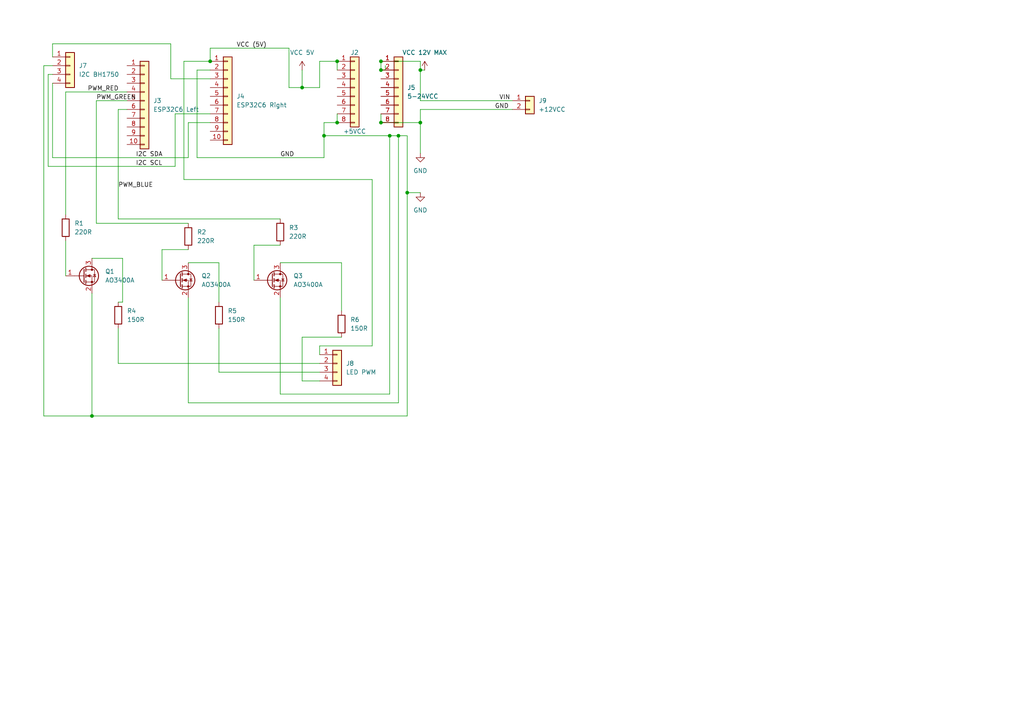
<source format=kicad_sch>
(kicad_sch (version 20250114) (generator "eeschema") (generator_version "9.0")
  (paper "A4")
  (lib_symbols
    (symbol "Connector_Generic:Conn_01x02" (pin_names (offset 1.016) (hide yes))
      (property "Reference" "J" (at 0 2.54 0))
      (property "Value" "Conn_01x02" (at 0 -5.08 0))
      (symbol "Conn_01x02_1_1"
        (rectangle (start -1.27 1.27) (end 1.27 -3.81) (stroke (width 0.254)) (fill (type background)))
        (rectangle (start -1.27 0.127) (end 0 -0.127) (stroke (width 0.1524)))
        (rectangle (start -1.27 -2.413) (end 0 -2.667) (stroke (width 0.1524)))
        (pin passive line (at -5.08 0 0) (length 3.81) (name "Pin_1") (number "1"))
        (pin passive line (at -5.08 -2.54 0) (length 3.81) (name "Pin_2") (number "2"))
      )
    )
    (symbol "Connector_Generic:Conn_01x04" (pin_names (offset 1.016) (hide yes))
      (property "Reference" "J" (at 0 5.08 0))
      (property "Value" "Conn_01x04" (at 0 -7.62 0))
      (symbol "Conn_01x04_1_1"
        (rectangle (start -1.27 3.81) (end 1.27 -6.35) (stroke (width 0.254)) (fill (type background)))
        (rectangle (start -1.27 2.667) (end 0 2.413) (stroke (width 0.1524)))
        (rectangle (start -1.27 0.127) (end 0 -0.127) (stroke (width 0.1524)))
        (rectangle (start -1.27 -2.413) (end 0 -2.667) (stroke (width 0.1524)))
        (rectangle (start -1.27 -4.953) (end 0 -5.207) (stroke (width 0.1524)))
        (pin passive line (at -5.08 2.54 0) (length 3.81) (name "Pin_1") (number "1"))
        (pin passive line (at -5.08 0 0) (length 3.81) (name "Pin_2") (number "2"))
        (pin passive line (at -5.08 -2.54 0) (length 3.81) (name "Pin_3") (number "3"))
        (pin passive line (at -5.08 -5.08 0) (length 3.81) (name "Pin_4") (number "4"))
      )
    )
    (symbol "Connector_Generic:Conn_01x08" (pin_names (offset 1.016) (hide yes))
      (property "Reference" "J" (at 0 10.16 0))
      (property "Value" "Conn_01x08" (at 0 -12.7 0))
      (symbol "Conn_01x08_1_1"
        (rectangle (start -1.27 8.89) (end 1.27 -11.43) (stroke (width 0.254)) (fill (type background)))
        (rectangle (start -1.27 7.747) (end 0 7.493) (stroke (width 0.1524)))
        (rectangle (start -1.27 5.207) (end 0 4.953) (stroke (width 0.1524)))
        (rectangle (start -1.27 2.667) (end 0 2.413) (stroke (width 0.1524)))
        (rectangle (start -1.27 0.127) (end 0 -0.127) (stroke (width 0.1524)))
        (rectangle (start -1.27 -2.413) (end 0 -2.667) (stroke (width 0.1524)))
        (rectangle (start -1.27 -4.953) (end 0 -5.207) (stroke (width 0.1524)))
        (rectangle (start -1.27 -7.493) (end 0 -7.747) (stroke (width 0.1524)))
        (rectangle (start -1.27 -10.033) (end 0 -10.287) (stroke (width 0.1524)))
        (pin passive line (at -5.08 7.62 0) (length 3.81) (name "Pin_1") (number "1"))
        (pin passive line (at -5.08 5.08 0) (length 3.81) (name "Pin_2") (number "2"))
        (pin passive line (at -5.08 2.54 0) (length 3.81) (name "Pin_3") (number "3"))
        (pin passive line (at -5.08 0 0) (length 3.81) (name "Pin_4") (number "4"))
        (pin passive line (at -5.08 -2.54 0) (length 3.81) (name "Pin_5") (number "5"))
        (pin passive line (at -5.08 -5.08 0) (length 3.81) (name "Pin_6") (number "6"))
        (pin passive line (at -5.08 -7.62 0) (length 3.81) (name "Pin_7") (number "7"))
        (pin passive line (at -5.08 -10.16 0) (length 3.81) (name "Pin_8") (number "8"))
      )
    )
    (symbol "Connector_Generic:Conn_01x10" (pin_names (offset 1.016) (hide yes))
      (property "Reference" "J" (at 0 12.7 0))
      (property "Value" "Conn_01x10" (at 0 -15.24 0))
      (symbol "Conn_01x10_1_1"
        (rectangle (start -1.27 11.43) (end 1.27 -13.97) (stroke (width 0.254)) (fill (type background)))
        (rectangle (start -1.27 10.287) (end 0 10.033) (stroke (width 0.1524)))
        (rectangle (start -1.27 7.747) (end 0 7.493) (stroke (width 0.1524)))
        (rectangle (start -1.27 5.207) (end 0 4.953) (stroke (width 0.1524)))
        (rectangle (start -1.27 2.667) (end 0 2.413) (stroke (width 0.1524)))
        (rectangle (start -1.27 0.127) (end 0 -0.127) (stroke (width 0.1524)))
        (rectangle (start -1.27 -2.413) (end 0 -2.667) (stroke (width 0.1524)))
        (rectangle (start -1.27 -4.953) (end 0 -5.207) (stroke (width 0.1524)))
        (rectangle (start -1.27 -7.493) (end 0 -7.747) (stroke (width 0.1524)))
        (rectangle (start -1.27 -10.033) (end 0 -10.287) (stroke (width 0.1524)))
        (rectangle (start -1.27 -12.573) (end 0 -12.827) (stroke (width 0.1524)))
        (pin passive line (at -5.08 10.16 0) (length 3.81) (name "Pin_1") (number "1"))
        (pin passive line (at -5.08 7.62 0) (length 3.81) (name "Pin_2") (number "2"))
        (pin passive line (at -5.08 5.08 0) (length 3.81) (name "Pin_3") (number "3"))
        (pin passive line (at -5.08 2.54 0) (length 3.81) (name "Pin_4") (number "4"))
        (pin passive line (at -5.08 0 0) (length 3.81) (name "Pin_5") (number "5"))
        (pin passive line (at -5.08 -2.54 0) (length 3.81) (name "Pin_6") (number "6"))
        (pin passive line (at -5.08 -5.08 0) (length 3.81) (name "Pin_7") (number "7"))
        (pin passive line (at -5.08 -7.62 0) (length 3.81) (name "Pin_8") (number "8"))
        (pin passive line (at -5.08 -10.16 0) (length 3.81) (name "Pin_9") (number "9"))
        (pin passive line (at -5.08 -12.7 0) (length 3.81) (name "Pin_10") (number "10"))
      )
    )
    (symbol "Device:R" (pin_numbers (hide yes)) (pin_names (offset 0))
      (property "Reference" "R" (at 2.032 0 90))
      (property "Value" "R" (at 0 0 90))
      (symbol "R_0_1"
        (rectangle (start -1.016 -2.54) (end 1.016 2.54) (stroke (width 0.254)))
      )
      (symbol "R_1_1"
        (pin passive line (at 0 3.81 270) (length 1.27) (name "~") (number "1"))
        (pin passive line (at 0 -3.81 90) (length 1.27) (name "~") (number "2"))
      )
    )
    (symbol "Transistor_FET:Q_NMOS_GSD" (pin_names (offset 0) (hide yes))
      (property "Reference" "Q" (at 5.08 1.905 0))
      (property "Value" "Q_NMOS_GSD" (at 5.08 0 0))
      (symbol "Q_NMOS_GSD_0_1"
        (polyline (pts (xy 0.254 1.905) (xy 0.254 -1.905)) (stroke (width 0.254)))
        (polyline (pts (xy 0.254 0) (xy -2.54 0)))
        (polyline (pts (xy 0.762 2.286) (xy 0.762 1.27)) (stroke (width 0.254)))
        (polyline (pts (xy 0.762 0.508) (xy 0.762 -0.508)) (stroke (width 0.254)))
        (polyline (pts (xy 0.762 -1.27) (xy 0.762 -2.286)) (stroke (width 0.254)))
        (polyline (pts (xy 0.762 -1.778) (xy 3.302 -1.778) (xy 3.302 1.778) (xy 0.762 1.778)))
        (polyline (pts (xy 1.016 0) (xy 2.032 0.381) (xy 2.032 -0.381) (xy 1.016 0)) (fill (type outline)))
        (circle (center 1.651 0) (radius 2.794) (stroke (width 0.254)))
        (polyline (pts (xy 2.54 2.54) (xy 2.54 1.778)))
        (circle (center 2.54 1.778) (radius 0.254) (fill (type outline)))
        (circle (center 2.54 -1.778) (radius 0.254) (fill (type outline)))
        (polyline (pts (xy 2.54 -2.54) (xy 2.54 0) (xy 0.762 0)))
        (polyline (pts (xy 2.921 0.381) (xy 3.683 0.381)))
        (polyline (pts (xy 3.302 0.381) (xy 2.921 -0.254) (xy 3.683 -0.254) (xy 3.302 0.381)))
      )
      (symbol "Q_NMOS_GSD_1_1"
        (pin input line (at -5.08 0 0) (length 2.54) (name "G") (number "1"))
        (pin passive line (at 2.54 5.08 270) (length 2.54) (name "D") (number "3"))
        (pin passive line (at 2.54 -5.08 90) (length 2.54) (name "S") (number "2"))
      )
    )
    (symbol "power:GND" (power) (pin_numbers (hide yes)) (pin_names (offset 0) (hide yes))
      (property "Value" "GND" (at 0 -3.81 0))
      (symbol "GND_0_1"
        (polyline (pts (xy 0 0) (xy 0 -1.27) (xy 1.27 -1.27) (xy 0 -2.54) (xy -1.27 -1.27) (xy 0 -1.27)))
      )
      (symbol "GND_1_1"
        (pin power_in line (at 0 0 270) (length 0) (name "~") (number "1"))
      )
    )
    (symbol "power:VCC" (power) (pin_numbers (hide yes)) (pin_names (offset 0) (hide yes))
      (property "Value" "VCC" (at 0 3.556 0))
      (symbol "VCC_0_1"
        (polyline (pts (xy -0.762 1.27) (xy 0 2.54)))
        (polyline (pts (xy 0 2.54) (xy 0.762 1.27)))
        (polyline (pts (xy 0 0) (xy 0 2.54)))
      )
      (symbol "VCC_1_1"
        (pin power_in line (at 0 0 90) (length 0) (name "~") (number "1"))
      )
    )
  )
  (junction (at 113.03 39.37))
  (junction (at 26.67 120.65))
  (junction (at 97.79 17.78))
  (junction (at 121.92 35.56))
  (junction (at 110.49 35.56))
  (junction (at 110.49 17.78))
  (junction (at 87.63 25.4))
  (junction (at 110.49 20.32))
  (junction (at 97.79 35.56))
  (junction (at 115.57 39.37))
  (junction (at 121.92 20.32))
  (junction (at 118.11 55.88))
  (junction (at 60.96 17.78))
  (junction (at 93.98 39.37))
  (wire (pts (xy 87.63 25.4) (xy 87.63 20.32)))
  (wire (pts (xy 107.95 52.07) (xy 53.34 52.07)))
  (wire (pts (xy 63.5 76.2) (xy 63.5 87.63)))
  (wire (pts (xy 15.24 12.7) (xy 49.53 12.7)))
  (wire (pts (xy 19.05 26.67) (xy 19.05 62.23)))
  (wire (pts (xy 99.06 76.2) (xy 99.06 90.17)))
  (wire (pts (xy 15.24 45.72) (xy 54.61 45.72)))
  (wire (pts (xy 97.79 35.56) (xy 93.98 35.56)))
  (wire (pts (xy 118.11 55.88) (xy 121.92 55.88)))
  (wire (pts (xy 87.63 97.79) (xy 99.06 97.79)))
  (wire (pts (xy 13.97 48.26) (xy 50.8 48.26)))
  (wire (pts (xy 92.71 17.78) (xy 92.71 25.4)))
  (wire (pts (xy 148.59 29.21) (xy 121.92 29.21)))
  (wire (pts (xy 50.8 33.02) (xy 60.96 33.02)))
  (wire (pts (xy 92.71 102.87) (xy 92.71 100.33)))
  (wire (pts (xy 118.11 55.88) (xy 118.11 39.37)))
  (wire (pts (xy 73.66 71.12) (xy 73.66 81.28)))
  (wire (pts (xy 35.56 74.93) (xy 35.56 87.63)))
  (wire (pts (xy 54.61 76.2) (xy 63.5 76.2)))
  (wire (pts (xy 57.15 45.72) (xy 93.98 45.72)))
  (wire (pts (xy 81.28 86.36) (xy 81.28 114.3)))
  (wire (pts (xy 97.79 17.78) (xy 92.71 17.78)))
  (wire (pts (xy 27.94 29.21) (xy 27.94 64.77)))
  (wire (pts (xy 121.92 17.78) (xy 121.92 20.32)))
  (wire (pts (xy 63.5 107.95) (xy 63.5 95.25)))
  (wire (pts (xy 92.71 100.33) (xy 107.95 100.33)))
  (wire (pts (xy 81.28 71.12) (xy 73.66 71.12)))
  (wire (pts (xy 15.24 24.13) (xy 15.24 45.72)))
  (wire (pts (xy 15.24 19.05) (xy 12.7 19.05)))
  (wire (pts (xy 36.83 26.67) (xy 19.05 26.67)))
  (wire (pts (xy 83.82 25.4) (xy 87.63 25.4)))
  (wire (pts (xy 87.63 110.49) (xy 87.63 97.79)))
  (wire (pts (xy 92.71 110.49) (xy 87.63 110.49)))
  (wire (pts (xy 113.03 114.3) (xy 113.03 39.37)))
  (wire (pts (xy 46.99 72.39) (xy 46.99 81.28)))
  (wire (pts (xy 53.34 17.78) (xy 60.96 17.78)))
  (wire (pts (xy 110.49 17.78) (xy 110.49 20.32)))
  (wire (pts (xy 83.82 13.97) (xy 83.82 25.4)))
  (wire (pts (xy 92.71 105.41) (xy 34.29 105.41)))
  (wire (pts (xy 111.76 20.32) (xy 110.49 20.32)))
  (wire (pts (xy 115.57 116.84) (xy 115.57 39.37)))
  (wire (pts (xy 60.96 17.78) (xy 60.96 13.97)))
  (wire (pts (xy 27.94 64.77) (xy 54.61 64.77)))
  (wire (pts (xy 110.49 33.02) (xy 110.49 35.56)))
  (wire (pts (xy 93.98 35.56) (xy 93.98 39.37)))
  (wire (pts (xy 49.53 22.86) (xy 60.96 22.86)))
  (wire (pts (xy 81.28 114.3) (xy 113.03 114.3)))
  (wire (pts (xy 34.29 87.63) (xy 35.56 87.63)))
  (wire (pts (xy 121.92 20.32) (xy 121.92 29.21)))
  (wire (pts (xy 54.61 116.84) (xy 115.57 116.84)))
  (wire (pts (xy 19.05 69.85) (xy 19.05 80.01)))
  (wire (pts (xy 121.92 20.32) (xy 123.19 20.32)))
  (wire (pts (xy 97.79 33.02) (xy 97.79 35.56)))
  (wire (pts (xy 34.29 63.5) (xy 81.28 63.5)))
  (wire (pts (xy 15.24 16.51) (xy 15.24 12.7)))
  (wire (pts (xy 53.34 52.07) (xy 53.34 17.78)))
  (wire (pts (xy 93.98 39.37) (xy 113.03 39.37)))
  (wire (pts (xy 34.29 31.75) (xy 34.29 63.5)))
  (wire (pts (xy 121.92 31.75) (xy 121.92 35.56)))
  (wire (pts (xy 60.96 13.97) (xy 83.82 13.97)))
  (wire (pts (xy 27.94 29.21) (xy 36.83 29.21)))
  (wire (pts (xy 50.8 33.02) (xy 50.8 48.26)))
  (wire (pts (xy 26.67 85.09) (xy 26.67 120.65)))
  (wire (pts (xy 60.96 20.32) (xy 57.15 20.32)))
  (wire (pts (xy 148.59 31.75) (xy 121.92 31.75)))
  (wire (pts (xy 92.71 25.4) (xy 87.63 25.4)))
  (wire (pts (xy 36.83 31.75) (xy 34.29 31.75)))
  (wire (pts (xy 107.95 100.33) (xy 107.95 52.07)))
  (wire (pts (xy 111.76 19.05) (xy 111.76 20.32)))
  (wire (pts (xy 49.53 12.7) (xy 49.53 22.86)))
  (wire (pts (xy 113.03 39.37) (xy 115.57 39.37)))
  (wire (pts (xy 54.61 72.39) (xy 46.99 72.39)))
  (wire (pts (xy 54.61 35.56) (xy 60.96 35.56)))
  (wire (pts (xy 118.11 120.65) (xy 118.11 55.88)))
  (wire (pts (xy 57.15 20.32) (xy 57.15 45.72)))
  (wire (pts (xy 12.7 19.05) (xy 12.7 120.65)))
  (wire (pts (xy 115.57 39.37) (xy 118.11 39.37)))
  (wire (pts (xy 121.92 35.56) (xy 121.92 44.45)))
  (wire (pts (xy 12.7 120.65) (xy 26.67 120.65)))
  (wire (pts (xy 97.79 17.78) (xy 97.79 20.32)))
  (wire (pts (xy 110.49 35.56) (xy 121.92 35.56)))
  (wire (pts (xy 26.67 74.93) (xy 35.56 74.93)))
  (wire (pts (xy 92.71 107.95) (xy 63.5 107.95)))
  (wire (pts (xy 110.49 17.78) (xy 121.92 17.78)))
  (wire (pts (xy 93.98 45.72) (xy 93.98 39.37)))
  (wire (pts (xy 34.29 105.41) (xy 34.29 95.25)))
  (wire (pts (xy 81.28 76.2) (xy 99.06 76.2)))
  (wire (pts (xy 54.61 86.36) (xy 54.61 116.84)))
  (wire (pts (xy 54.61 45.72) (xy 54.61 35.56)))
  (wire (pts (xy 26.67 120.65) (xy 118.11 120.65)))
  (wire (pts (xy 15.24 21.59) (xy 13.97 21.59)))
  (wire (pts (xy 13.97 21.59) (xy 13.97 48.26)))
  (label "PWM_RED" (at 25.4 26.67 0))
  (label "I2C SDA" (at 39.37 45.72 0))
  (label "VCC (5V)" (at 68.58 13.97 0))
  (label "I2C SCL" (at 39.37 48.26 0))
  (label "PWM_GREEN" (at 27.94 29.21 0))
  (label "PWM_BLUE" (at 34.29 54.61 0))
  (label "GND" (at 81.28 45.72 0))
  (label "GND" (at 143.51 31.75 0))
  (label "VIN" (at 144.78 29.21 0))
  (symbol (lib_id "Connector_Generic:Conn_01x10") (at 41.91 29.21 0) (unit 1)
    (property "Reference" "J3" (at 44.45 29.2099 0) (effects (justify left)))
    (property "Value" "ESP32C6 Left" (at 44.45 31.7499 0) (effects (justify left)))
    (property "Footprint" "Connector_PinSocket_2.54mm:PinSocket_1x10_P2.54mm_Vertical" (effects (hide yes)))
    (property "Description" "Generic connector, single row, 01x10, script generated (kicad-library-utils/schlib/autogen/connector/)" (effects (hide yes)))
  )
  (symbol (lib_id "power:GND") (at 121.92 44.45 0) (unit 1)
    (property "Reference" "#PWR3" (effects (hide yes)))
    (property "Value" "GND" (at 121.92 49.53 0))
    (property "Description" "Power symbol creates a global label with name \"GND\" , ground" (effects (hide yes)))
  )
  (symbol (lib_id "Connector_Generic:Conn_01x04") (at 97.79 105.41 0) (unit 1)
    (property "Reference" "J8" (at 100.33 105.4099 0) (effects (justify left)))
    (property "Value" "LED PWM" (at 100.33 107.9499 0) (effects (justify left)))
    (property "Footprint" "Connector_PinSocket_2.54mm:PinSocket_1x04_P2.54mm_Vertical" (effects (hide yes)))
    (property "Description" "Generic connector, single row, 01x04, script generated (kicad-library-utils/schlib/autogen/connector/)" (effects (hide yes)))
  )
  (symbol (lib_id "Transistor_FET:Q_NMOS_GSD") (at 78.74 81.28 0) (unit 1)
    (property "Reference" "Q3" (at 85.09 80.0099 0) (effects (justify left)))
    (property "Value" "AO3400A" (at 85.09 82.5499 0) (effects (justify left)))
    (property "Footprint" "Package_TO_SOT_SMD:SOT-23" (effects (hide yes)))
    (property "Description" "N-MOSFET transistor, gate/source/drain" (effects (hide yes)))
    (property "LCSC" "C20917" (effects (hide yes)))
  )
  (symbol (lib_id "Connector_Generic:Conn_01x08") (at 102.87 25.4 0) (unit 1)
    (property "Reference" "J2" (at 102.87 15.24 0))
    (property "Value" "+5VCC" (at 102.87 38.1 0))
    (property "Footprint" "Connector_PinHeader_2.00mm:PinHeader_1x08_P2.00mm_Vertical" (effects (hide yes)))
    (property "Description" "Generic connector, single row, 01x08, script generated (kicad-library-utils/schlib/autogen/connector/)" (effects (hide yes)))
  )
  (symbol (lib_id "power:VCC") (at 87.63 20.32 0) (unit 1)
    (property "Reference" "#PWR1" (effects (hide yes)))
    (property "Value" "VCC 5V" (at 87.63 15.24 0))
    (property "Description" "Power symbol creates a global label with name \"VCC\"" (effects (hide yes)))
  )
  (symbol (lib_id "Device:R") (at 54.61 68.58 0) (unit 1)
    (property "Reference" "R2" (at 57.15 67.3099 0) (effects (justify left)))
    (property "Value" "220R" (at 57.15 69.8499 0) (effects (justify left)))
    (property "Footprint" "Resistor_SMD:R_0805_2012Metric" (effects (hide yes)))
    (property "Description" "Resistor" (effects (hide yes)))
    (property "LCSC" "C17557" (effects (hide yes)))
  )
  (symbol (lib_id "Transistor_FET:Q_NMOS_GSD") (at 52.07 81.28 0) (unit 1)
    (property "Reference" "Q2" (at 58.42 80.0099 0) (effects (justify left)))
    (property "Value" "AO3400A" (at 58.42 82.5499 0) (effects (justify left)))
    (property "Footprint" "Package_TO_SOT_SMD:SOT-23" (effects (hide yes)))
    (property "Description" "N-MOSFET transistor, gate/source/drain" (effects (hide yes)))
    (property "LCSC" "C20917" (effects (hide yes)))
  )
  (symbol (lib_id "Device:R") (at 34.29 91.44 0) (unit 1)
    (property "Reference" "R4" (at 36.83 90.1699 0) (effects (justify left)))
    (property "Value" "150R" (at 36.83 92.7099 0) (effects (justify left)))
    (property "Footprint" "Resistor_SMD:R_0805_2012Metric" (effects (hide yes)))
    (property "Description" "Resistor" (effects (hide yes)))
    (property "LCSC" "C17471" (effects (hide yes)))
  )
  (symbol (lib_id "Device:R") (at 19.05 66.04 0) (unit 1)
    (property "Reference" "R1" (at 21.59 64.7699 0) (effects (justify left)))
    (property "Value" "220R" (at 21.59 67.3099 0) (effects (justify left)))
    (property "Footprint" "Resistor_SMD:R_0805_2012Metric" (effects (hide yes)))
    (property "Description" "220R" (effects (hide yes)))
    (property "LCSC" "C17557" (effects (hide yes)))
  )
  (symbol (lib_id "Connector_Generic:Conn_01x10") (at 66.04 27.94 0) (unit 1)
    (property "Reference" "J4" (at 68.58 27.9399 0) (effects (justify left)))
    (property "Value" "ESP32C6 Right" (at 68.58 30.4799 0) (effects (justify left)))
    (property "Footprint" "Connector_PinSocket_2.54mm:PinSocket_1x10_P2.54mm_Vertical" (effects (hide yes)))
    (property "Description" "Generic connector, single row, 01x10, script generated (kicad-library-utils/schlib/autogen/connector/)" (effects (hide yes)))
  )
  (symbol (lib_id "power:GND") (at 121.92 55.88 0) (unit 1)
    (property "Reference" "#PWR4" (effects (hide yes)))
    (property "Value" "GND" (at 121.92 60.96 0))
    (property "Description" "Power symbol creates a global label with name \"GND\" , ground" (effects (hide yes)))
  )
  (symbol (lib_id "Device:R") (at 81.28 67.31 0) (unit 1)
    (property "Reference" "R3" (at 83.82 66.0399 0) (effects (justify left)))
    (property "Value" "220R" (at 83.82 68.5799 0) (effects (justify left)))
    (property "Footprint" "Resistor_SMD:R_0805_2012Metric" (effects (hide yes)))
    (property "Description" "Resistor" (effects (hide yes)))
    (property "LCSC" "C17557" (effects (hide yes)))
  )
  (symbol (lib_id "Transistor_FET:Q_NMOS_GSD") (at 24.13 80.01 0) (unit 1)
    (property "Reference" "Q1" (at 30.48 78.7399 0) (effects (justify left)))
    (property "Value" "AO3400A" (at 30.48 81.2799 0) (effects (justify left)))
    (property "Footprint" "Package_TO_SOT_SMD:SOT-23" (effects (hide yes)))
    (property "Description" "N-MOSFET transistor, gate/source/drain" (effects (hide yes)))
    (property "LCSC" "C20917" (effects (hide yes)))
  )
  (symbol (lib_id "power:VCC") (at 123.19 20.32 0) (unit 1)
    (property "Reference" "#PWR2" (effects (hide yes)))
    (property "Value" "VCC 12V MAX" (at 123.19 15.24 0))
    (property "Description" "Power symbol creates a global label with name \"VCC\"" (effects (hide yes)))
  )
  (symbol (lib_id "Connector_Generic:Conn_01x02") (at 153.67 29.21 0) (unit 1)
    (property "Reference" "J9" (at 156.21 29.2099 0) (effects (justify left)))
    (property "Value" "+12VCC" (at 156.21 31.7499 0) (effects (justify left)))
    (property "Footprint" "TerminalBlock_Phoenix:TerminalBlock_Phoenix_MKDS-1,5-2-5.08_1x02_P5.08mm_Horizontal" (effects (hide yes)))
    (property "Description" "Generic connector, single row, 01x02, script generated (kicad-library-utils/schlib/autogen/connector/)" (effects (hide yes)))
  )
  (symbol (lib_id "Device:R") (at 99.06 93.98 0) (unit 1)
    (property "Reference" "R6" (at 101.6 92.7099 0) (effects (justify left)))
    (property "Value" "150R" (at 101.6 95.2499 0) (effects (justify left)))
    (property "Footprint" "Resistor_SMD:R_0805_2012Metric" (effects (hide yes)))
    (property "Description" "Resistor" (effects (hide yes)))
    (property "LCSC" "C17471" (effects (hide yes)))
  )
  (symbol (lib_id "Device:R") (at 63.5 91.44 0) (unit 1)
    (property "Reference" "R5" (at 66.04 90.1699 0) (effects (justify left)))
    (property "Value" "150R" (at 66.04 92.7099 0) (effects (justify left)))
    (property "Footprint" "Resistor_SMD:R_0805_2012Metric" (effects (hide yes)))
    (property "Description" "Resistor" (effects (hide yes)))
    (property "LCSC" "C17471" (effects (hide yes)))
  )
  (symbol (lib_id "Connector_Generic:Conn_01x08") (at 115.57 25.4 0) (unit 1)
    (property "Reference" "J5" (at 118.11 25.3999 0) (effects (justify left)))
    (property "Value" "5-24VCC" (at 118.11 27.9399 0) (effects (justify left)))
    (property "Footprint" "Connector_PinHeader_2.00mm:PinHeader_1x08_P2.00mm_Vertical" (effects (hide yes)))
    (property "Description" "Generic connector, single row, 01x08, script generated (kicad-library-utils/schlib/autogen/connector/)" (effects (hide yes)))
  )
  (symbol (lib_id "Connector_Generic:Conn_01x04") (at 20.32 19.05 0) (unit 1)
    (property "Reference" "J7" (at 22.86 19.0499 0) (effects (justify left)))
    (property "Value" "I2C BH1750" (at 22.86 21.5899 0) (effects (justify left)))
    (property "Footprint" "Connector_PinSocket_2.54mm:PinSocket_1x04_P2.54mm_Vertical" (effects (hide yes)))
    (property "Description" "Generic connector, single row, 01x04, script generated (kicad-library-utils/schlib/autogen/connector/)" (effects (hide yes)))
  )
)
</source>
